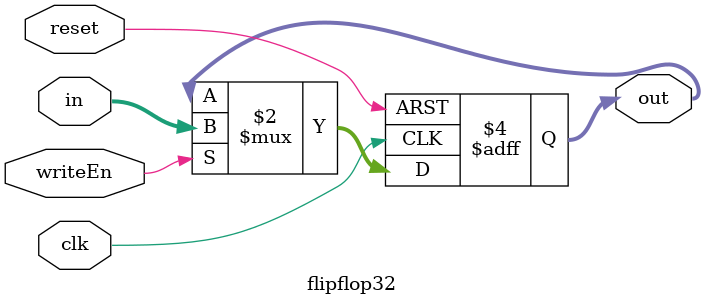
<source format=v>
module flipflop32 (  
    output reg [31:0] out,
    input clk,
    input writeEn,
    input [31:0] in,
    input reset
);
    always @(posedge clk or posedge reset) begin
        if (reset) begin
            out <= 32'b0;
        end else if (writeEn) begin
            out <= in;
        end
    end
endmodule
</source>
